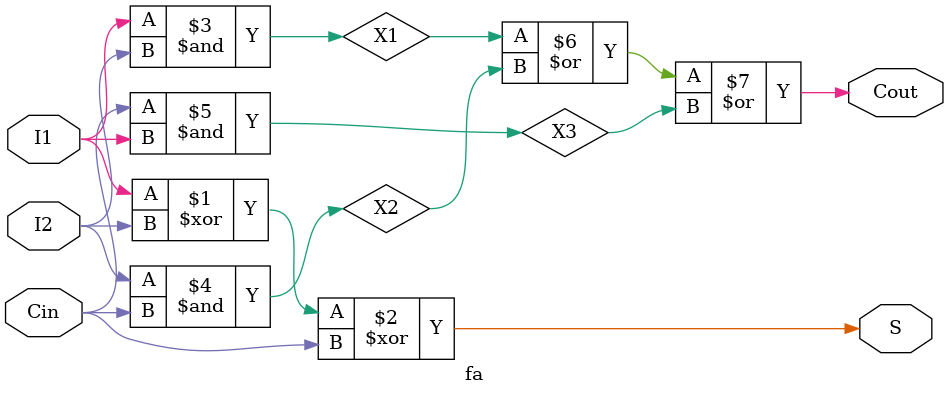
<source format=v>
module fa (I1,I2,Cin,S,Cout); // 1 bit full adder built structurally from primitive gates
  input I1,I2,Cin;
  output S,Cout;
  xor M1 (S, I1, I2, Cin);
  and M2 (X1, I1, I2);
  and M3 (X2, I2, Cin);
  and M4 (X3, Cin, I1);
  or M5 (Cout, X1, X2, X3);
endmodule
</source>
